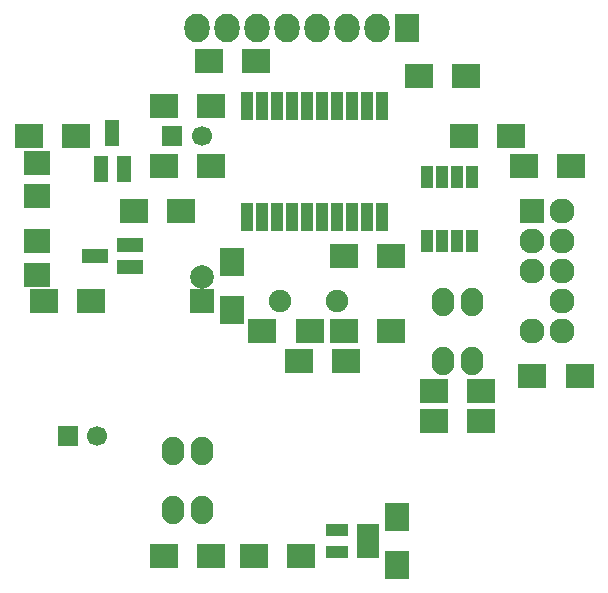
<source format=gbs>
G04 #@! TF.GenerationSoftware,KiCad,Pcbnew,(2017-05-18 revision 2a3a699)-master*
G04 #@! TF.CreationDate,2017-05-23T18:31:29+02:00*
G04 #@! TF.ProjectId,reader,7265616465722E6B696361645F706362,rev?*
G04 #@! TF.FileFunction,Soldermask,Bot*
G04 #@! TF.FilePolarity,Negative*
%FSLAX46Y46*%
G04 Gerber Fmt 4.6, Leading zero omitted, Abs format (unit mm)*
G04 Created by KiCad (PCBNEW (2017-05-18 revision 2a3a699)-master) date Tue May 23 18:31:29 2017*
%MOMM*%
%LPD*%
G01*
G04 APERTURE LIST*
%ADD10C,0.385000*%
%ADD11O,2.127200X2.432000*%
%ADD12R,2.127200X2.432000*%
%ADD13R,2.127200X2.127200*%
%ADD14O,2.127200X2.127200*%
%ADD15R,1.700000X1.700000*%
%ADD16C,1.700000*%
%ADD17R,2.000000X2.400000*%
%ADD18R,2.400000X2.000000*%
%ADD19R,2.200860X1.997660*%
%ADD20O,1.900000X2.400000*%
%ADD21R,2.000000X2.000000*%
%ADD22C,2.000000*%
%ADD23R,1.200100X2.200860*%
%ADD24R,2.200860X1.200100*%
%ADD25R,2.400000X2.100000*%
%ADD26R,2.100000X2.400000*%
%ADD27R,1.860000X1.050000*%
%ADD28R,1.000000X1.950000*%
%ADD29R,1.000000X2.350000*%
%ADD30C,1.901140*%
G04 APERTURE END LIST*
D10*
D11*
X66100000Y-52300000D03*
X68640000Y-52300000D03*
X71180000Y-52300000D03*
X73720000Y-52300000D03*
X76260000Y-52300000D03*
X78800000Y-52300000D03*
X81340000Y-52300000D03*
D12*
X83880000Y-52300000D03*
D13*
X94450000Y-67780000D03*
D14*
X96990000Y-67780000D03*
X94450000Y-70320000D03*
X96990000Y-70320000D03*
X94450000Y-72860000D03*
X96990000Y-72860000D03*
X96990000Y-75400000D03*
X94450000Y-77940000D03*
X96990000Y-77940000D03*
D15*
X63970000Y-61430000D03*
D16*
X66470000Y-61430000D03*
D17*
X83020000Y-97720000D03*
X83020000Y-93720000D03*
D18*
X74860000Y-96990000D03*
X70860000Y-96990000D03*
X90100000Y-85560000D03*
X86100000Y-85560000D03*
X63240000Y-96990000D03*
X67240000Y-96990000D03*
D16*
X57620000Y-86830000D03*
D15*
X55120000Y-86830000D03*
D18*
X74670000Y-80480000D03*
X78670000Y-80480000D03*
X82480000Y-77940000D03*
X78480000Y-77940000D03*
X75590000Y-77940000D03*
X71590000Y-77940000D03*
X78480000Y-71590000D03*
X82480000Y-71590000D03*
X67050000Y-55080000D03*
X71050000Y-55080000D03*
D19*
X52540000Y-66510000D03*
X52540000Y-63670280D03*
X52540000Y-73159720D03*
X52540000Y-70320000D03*
D20*
X64010000Y-93100000D03*
X66510000Y-93100000D03*
X66510000Y-88100000D03*
X64010000Y-88100000D03*
X86870000Y-75480000D03*
X89370000Y-75480000D03*
X89370000Y-80480000D03*
X86870000Y-80480000D03*
D21*
X66510000Y-75400000D03*
D22*
X66510000Y-73400000D03*
D23*
X59840000Y-64201140D03*
X57940000Y-64201140D03*
X58890000Y-61198860D03*
D24*
X57388860Y-71590000D03*
X60391140Y-72540000D03*
X60391140Y-70640000D03*
D25*
X86100000Y-83020000D03*
X90100000Y-83020000D03*
X88830000Y-56350000D03*
X84830000Y-56350000D03*
X88640000Y-61430000D03*
X92640000Y-61430000D03*
X98450000Y-81750000D03*
X94450000Y-81750000D03*
X67240000Y-63970000D03*
X63240000Y-63970000D03*
X97720000Y-63970000D03*
X93720000Y-63970000D03*
X60700000Y-67780000D03*
X64700000Y-67780000D03*
X55810000Y-61430000D03*
X51810000Y-61430000D03*
X53080000Y-75400000D03*
X57080000Y-75400000D03*
X67240000Y-58890000D03*
X63240000Y-58890000D03*
D26*
X69050000Y-72130000D03*
X69050000Y-76130000D03*
D27*
X80510000Y-94770000D03*
X80510000Y-95720000D03*
X80510000Y-96670000D03*
X77910000Y-96670000D03*
X77910000Y-94770000D03*
D28*
X85560000Y-64920000D03*
X86830000Y-64920000D03*
X88100000Y-64920000D03*
X89370000Y-64920000D03*
X89370000Y-70320000D03*
X88100000Y-70320000D03*
X86830000Y-70320000D03*
X85560000Y-70320000D03*
D29*
X81750000Y-68290000D03*
X80480000Y-68290000D03*
X79210000Y-68290000D03*
X77940000Y-68290000D03*
X76670000Y-68290000D03*
X75400000Y-68290000D03*
X74130000Y-68290000D03*
X72860000Y-68290000D03*
X71590000Y-68290000D03*
X70320000Y-68290000D03*
X70320000Y-58890000D03*
X71590000Y-58890000D03*
X72860000Y-58890000D03*
X74130000Y-58890000D03*
X75400000Y-58890000D03*
X76670000Y-58890000D03*
X77940000Y-58890000D03*
X79210000Y-58890000D03*
X80480000Y-58890000D03*
X81750000Y-58890000D03*
D30*
X77940000Y-75400000D03*
X73058120Y-75400000D03*
M02*

</source>
